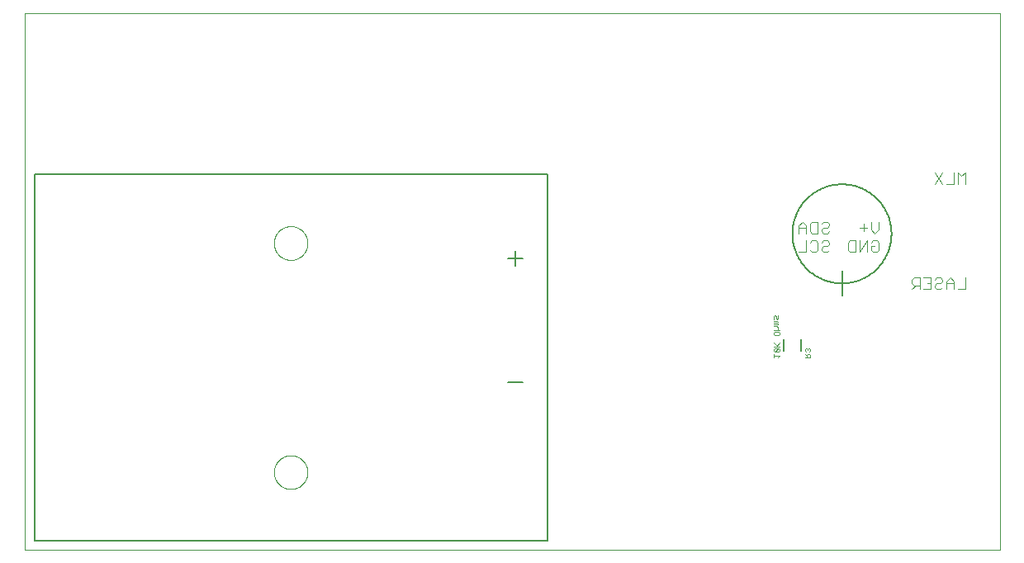
<source format=gbo>
G75*
%MOIN*%
%OFA0B0*%
%FSLAX25Y25*%
%IPPOS*%
%LPD*%
%AMOC8*
5,1,8,0,0,1.08239X$1,22.5*
%
%ADD10C,0.00000*%
%ADD11C,0.00500*%
%ADD12C,0.00800*%
%ADD13C,0.00400*%
%ADD14C,0.00600*%
%ADD15C,0.00200*%
D10*
X0001000Y0001000D02*
X0001000Y0217535D01*
X0394701Y0217535D01*
X0394701Y0001000D01*
X0001000Y0001000D01*
X0101700Y0032250D02*
X0101702Y0032417D01*
X0101708Y0032584D01*
X0101718Y0032750D01*
X0101733Y0032917D01*
X0101751Y0033082D01*
X0101774Y0033248D01*
X0101800Y0033413D01*
X0101831Y0033577D01*
X0101865Y0033740D01*
X0101904Y0033902D01*
X0101946Y0034064D01*
X0101993Y0034224D01*
X0102043Y0034383D01*
X0102098Y0034541D01*
X0102156Y0034697D01*
X0102218Y0034852D01*
X0102283Y0035006D01*
X0102353Y0035157D01*
X0102426Y0035307D01*
X0102503Y0035455D01*
X0102583Y0035602D01*
X0102667Y0035746D01*
X0102755Y0035888D01*
X0102846Y0036028D01*
X0102940Y0036165D01*
X0103038Y0036301D01*
X0103139Y0036434D01*
X0103244Y0036564D01*
X0103351Y0036692D01*
X0103462Y0036817D01*
X0103575Y0036939D01*
X0103692Y0037058D01*
X0103811Y0037175D01*
X0103933Y0037288D01*
X0104058Y0037399D01*
X0104186Y0037506D01*
X0104316Y0037611D01*
X0104449Y0037712D01*
X0104585Y0037810D01*
X0104722Y0037904D01*
X0104862Y0037995D01*
X0105004Y0038083D01*
X0105148Y0038167D01*
X0105295Y0038247D01*
X0105443Y0038324D01*
X0105593Y0038397D01*
X0105744Y0038467D01*
X0105898Y0038532D01*
X0106053Y0038594D01*
X0106209Y0038652D01*
X0106367Y0038707D01*
X0106526Y0038757D01*
X0106686Y0038804D01*
X0106848Y0038846D01*
X0107010Y0038885D01*
X0107173Y0038919D01*
X0107337Y0038950D01*
X0107502Y0038976D01*
X0107668Y0038999D01*
X0107833Y0039017D01*
X0108000Y0039032D01*
X0108166Y0039042D01*
X0108333Y0039048D01*
X0108500Y0039050D01*
X0108667Y0039048D01*
X0108834Y0039042D01*
X0109000Y0039032D01*
X0109167Y0039017D01*
X0109332Y0038999D01*
X0109498Y0038976D01*
X0109663Y0038950D01*
X0109827Y0038919D01*
X0109990Y0038885D01*
X0110152Y0038846D01*
X0110314Y0038804D01*
X0110474Y0038757D01*
X0110633Y0038707D01*
X0110791Y0038652D01*
X0110947Y0038594D01*
X0111102Y0038532D01*
X0111256Y0038467D01*
X0111407Y0038397D01*
X0111557Y0038324D01*
X0111705Y0038247D01*
X0111852Y0038167D01*
X0111996Y0038083D01*
X0112138Y0037995D01*
X0112278Y0037904D01*
X0112415Y0037810D01*
X0112551Y0037712D01*
X0112684Y0037611D01*
X0112814Y0037506D01*
X0112942Y0037399D01*
X0113067Y0037288D01*
X0113189Y0037175D01*
X0113308Y0037058D01*
X0113425Y0036939D01*
X0113538Y0036817D01*
X0113649Y0036692D01*
X0113756Y0036564D01*
X0113861Y0036434D01*
X0113962Y0036301D01*
X0114060Y0036165D01*
X0114154Y0036028D01*
X0114245Y0035888D01*
X0114333Y0035746D01*
X0114417Y0035602D01*
X0114497Y0035455D01*
X0114574Y0035307D01*
X0114647Y0035157D01*
X0114717Y0035006D01*
X0114782Y0034852D01*
X0114844Y0034697D01*
X0114902Y0034541D01*
X0114957Y0034383D01*
X0115007Y0034224D01*
X0115054Y0034064D01*
X0115096Y0033902D01*
X0115135Y0033740D01*
X0115169Y0033577D01*
X0115200Y0033413D01*
X0115226Y0033248D01*
X0115249Y0033082D01*
X0115267Y0032917D01*
X0115282Y0032750D01*
X0115292Y0032584D01*
X0115298Y0032417D01*
X0115300Y0032250D01*
X0115298Y0032083D01*
X0115292Y0031916D01*
X0115282Y0031750D01*
X0115267Y0031583D01*
X0115249Y0031418D01*
X0115226Y0031252D01*
X0115200Y0031087D01*
X0115169Y0030923D01*
X0115135Y0030760D01*
X0115096Y0030598D01*
X0115054Y0030436D01*
X0115007Y0030276D01*
X0114957Y0030117D01*
X0114902Y0029959D01*
X0114844Y0029803D01*
X0114782Y0029648D01*
X0114717Y0029494D01*
X0114647Y0029343D01*
X0114574Y0029193D01*
X0114497Y0029045D01*
X0114417Y0028898D01*
X0114333Y0028754D01*
X0114245Y0028612D01*
X0114154Y0028472D01*
X0114060Y0028335D01*
X0113962Y0028199D01*
X0113861Y0028066D01*
X0113756Y0027936D01*
X0113649Y0027808D01*
X0113538Y0027683D01*
X0113425Y0027561D01*
X0113308Y0027442D01*
X0113189Y0027325D01*
X0113067Y0027212D01*
X0112942Y0027101D01*
X0112814Y0026994D01*
X0112684Y0026889D01*
X0112551Y0026788D01*
X0112415Y0026690D01*
X0112278Y0026596D01*
X0112138Y0026505D01*
X0111996Y0026417D01*
X0111852Y0026333D01*
X0111705Y0026253D01*
X0111557Y0026176D01*
X0111407Y0026103D01*
X0111256Y0026033D01*
X0111102Y0025968D01*
X0110947Y0025906D01*
X0110791Y0025848D01*
X0110633Y0025793D01*
X0110474Y0025743D01*
X0110314Y0025696D01*
X0110152Y0025654D01*
X0109990Y0025615D01*
X0109827Y0025581D01*
X0109663Y0025550D01*
X0109498Y0025524D01*
X0109332Y0025501D01*
X0109167Y0025483D01*
X0109000Y0025468D01*
X0108834Y0025458D01*
X0108667Y0025452D01*
X0108500Y0025450D01*
X0108333Y0025452D01*
X0108166Y0025458D01*
X0108000Y0025468D01*
X0107833Y0025483D01*
X0107668Y0025501D01*
X0107502Y0025524D01*
X0107337Y0025550D01*
X0107173Y0025581D01*
X0107010Y0025615D01*
X0106848Y0025654D01*
X0106686Y0025696D01*
X0106526Y0025743D01*
X0106367Y0025793D01*
X0106209Y0025848D01*
X0106053Y0025906D01*
X0105898Y0025968D01*
X0105744Y0026033D01*
X0105593Y0026103D01*
X0105443Y0026176D01*
X0105295Y0026253D01*
X0105148Y0026333D01*
X0105004Y0026417D01*
X0104862Y0026505D01*
X0104722Y0026596D01*
X0104585Y0026690D01*
X0104449Y0026788D01*
X0104316Y0026889D01*
X0104186Y0026994D01*
X0104058Y0027101D01*
X0103933Y0027212D01*
X0103811Y0027325D01*
X0103692Y0027442D01*
X0103575Y0027561D01*
X0103462Y0027683D01*
X0103351Y0027808D01*
X0103244Y0027936D01*
X0103139Y0028066D01*
X0103038Y0028199D01*
X0102940Y0028335D01*
X0102846Y0028472D01*
X0102755Y0028612D01*
X0102667Y0028754D01*
X0102583Y0028898D01*
X0102503Y0029045D01*
X0102426Y0029193D01*
X0102353Y0029343D01*
X0102283Y0029494D01*
X0102218Y0029648D01*
X0102156Y0029803D01*
X0102098Y0029959D01*
X0102043Y0030117D01*
X0101993Y0030276D01*
X0101946Y0030436D01*
X0101904Y0030598D01*
X0101865Y0030760D01*
X0101831Y0030923D01*
X0101800Y0031087D01*
X0101774Y0031252D01*
X0101751Y0031418D01*
X0101733Y0031583D01*
X0101718Y0031750D01*
X0101708Y0031916D01*
X0101702Y0032083D01*
X0101700Y0032250D01*
X0101700Y0124750D02*
X0101702Y0124917D01*
X0101708Y0125084D01*
X0101718Y0125250D01*
X0101733Y0125417D01*
X0101751Y0125582D01*
X0101774Y0125748D01*
X0101800Y0125913D01*
X0101831Y0126077D01*
X0101865Y0126240D01*
X0101904Y0126402D01*
X0101946Y0126564D01*
X0101993Y0126724D01*
X0102043Y0126883D01*
X0102098Y0127041D01*
X0102156Y0127197D01*
X0102218Y0127352D01*
X0102283Y0127506D01*
X0102353Y0127657D01*
X0102426Y0127807D01*
X0102503Y0127955D01*
X0102583Y0128102D01*
X0102667Y0128246D01*
X0102755Y0128388D01*
X0102846Y0128528D01*
X0102940Y0128665D01*
X0103038Y0128801D01*
X0103139Y0128934D01*
X0103244Y0129064D01*
X0103351Y0129192D01*
X0103462Y0129317D01*
X0103575Y0129439D01*
X0103692Y0129558D01*
X0103811Y0129675D01*
X0103933Y0129788D01*
X0104058Y0129899D01*
X0104186Y0130006D01*
X0104316Y0130111D01*
X0104449Y0130212D01*
X0104585Y0130310D01*
X0104722Y0130404D01*
X0104862Y0130495D01*
X0105004Y0130583D01*
X0105148Y0130667D01*
X0105295Y0130747D01*
X0105443Y0130824D01*
X0105593Y0130897D01*
X0105744Y0130967D01*
X0105898Y0131032D01*
X0106053Y0131094D01*
X0106209Y0131152D01*
X0106367Y0131207D01*
X0106526Y0131257D01*
X0106686Y0131304D01*
X0106848Y0131346D01*
X0107010Y0131385D01*
X0107173Y0131419D01*
X0107337Y0131450D01*
X0107502Y0131476D01*
X0107668Y0131499D01*
X0107833Y0131517D01*
X0108000Y0131532D01*
X0108166Y0131542D01*
X0108333Y0131548D01*
X0108500Y0131550D01*
X0108667Y0131548D01*
X0108834Y0131542D01*
X0109000Y0131532D01*
X0109167Y0131517D01*
X0109332Y0131499D01*
X0109498Y0131476D01*
X0109663Y0131450D01*
X0109827Y0131419D01*
X0109990Y0131385D01*
X0110152Y0131346D01*
X0110314Y0131304D01*
X0110474Y0131257D01*
X0110633Y0131207D01*
X0110791Y0131152D01*
X0110947Y0131094D01*
X0111102Y0131032D01*
X0111256Y0130967D01*
X0111407Y0130897D01*
X0111557Y0130824D01*
X0111705Y0130747D01*
X0111852Y0130667D01*
X0111996Y0130583D01*
X0112138Y0130495D01*
X0112278Y0130404D01*
X0112415Y0130310D01*
X0112551Y0130212D01*
X0112684Y0130111D01*
X0112814Y0130006D01*
X0112942Y0129899D01*
X0113067Y0129788D01*
X0113189Y0129675D01*
X0113308Y0129558D01*
X0113425Y0129439D01*
X0113538Y0129317D01*
X0113649Y0129192D01*
X0113756Y0129064D01*
X0113861Y0128934D01*
X0113962Y0128801D01*
X0114060Y0128665D01*
X0114154Y0128528D01*
X0114245Y0128388D01*
X0114333Y0128246D01*
X0114417Y0128102D01*
X0114497Y0127955D01*
X0114574Y0127807D01*
X0114647Y0127657D01*
X0114717Y0127506D01*
X0114782Y0127352D01*
X0114844Y0127197D01*
X0114902Y0127041D01*
X0114957Y0126883D01*
X0115007Y0126724D01*
X0115054Y0126564D01*
X0115096Y0126402D01*
X0115135Y0126240D01*
X0115169Y0126077D01*
X0115200Y0125913D01*
X0115226Y0125748D01*
X0115249Y0125582D01*
X0115267Y0125417D01*
X0115282Y0125250D01*
X0115292Y0125084D01*
X0115298Y0124917D01*
X0115300Y0124750D01*
X0115298Y0124583D01*
X0115292Y0124416D01*
X0115282Y0124250D01*
X0115267Y0124083D01*
X0115249Y0123918D01*
X0115226Y0123752D01*
X0115200Y0123587D01*
X0115169Y0123423D01*
X0115135Y0123260D01*
X0115096Y0123098D01*
X0115054Y0122936D01*
X0115007Y0122776D01*
X0114957Y0122617D01*
X0114902Y0122459D01*
X0114844Y0122303D01*
X0114782Y0122148D01*
X0114717Y0121994D01*
X0114647Y0121843D01*
X0114574Y0121693D01*
X0114497Y0121545D01*
X0114417Y0121398D01*
X0114333Y0121254D01*
X0114245Y0121112D01*
X0114154Y0120972D01*
X0114060Y0120835D01*
X0113962Y0120699D01*
X0113861Y0120566D01*
X0113756Y0120436D01*
X0113649Y0120308D01*
X0113538Y0120183D01*
X0113425Y0120061D01*
X0113308Y0119942D01*
X0113189Y0119825D01*
X0113067Y0119712D01*
X0112942Y0119601D01*
X0112814Y0119494D01*
X0112684Y0119389D01*
X0112551Y0119288D01*
X0112415Y0119190D01*
X0112278Y0119096D01*
X0112138Y0119005D01*
X0111996Y0118917D01*
X0111852Y0118833D01*
X0111705Y0118753D01*
X0111557Y0118676D01*
X0111407Y0118603D01*
X0111256Y0118533D01*
X0111102Y0118468D01*
X0110947Y0118406D01*
X0110791Y0118348D01*
X0110633Y0118293D01*
X0110474Y0118243D01*
X0110314Y0118196D01*
X0110152Y0118154D01*
X0109990Y0118115D01*
X0109827Y0118081D01*
X0109663Y0118050D01*
X0109498Y0118024D01*
X0109332Y0118001D01*
X0109167Y0117983D01*
X0109000Y0117968D01*
X0108834Y0117958D01*
X0108667Y0117952D01*
X0108500Y0117950D01*
X0108333Y0117952D01*
X0108166Y0117958D01*
X0108000Y0117968D01*
X0107833Y0117983D01*
X0107668Y0118001D01*
X0107502Y0118024D01*
X0107337Y0118050D01*
X0107173Y0118081D01*
X0107010Y0118115D01*
X0106848Y0118154D01*
X0106686Y0118196D01*
X0106526Y0118243D01*
X0106367Y0118293D01*
X0106209Y0118348D01*
X0106053Y0118406D01*
X0105898Y0118468D01*
X0105744Y0118533D01*
X0105593Y0118603D01*
X0105443Y0118676D01*
X0105295Y0118753D01*
X0105148Y0118833D01*
X0105004Y0118917D01*
X0104862Y0119005D01*
X0104722Y0119096D01*
X0104585Y0119190D01*
X0104449Y0119288D01*
X0104316Y0119389D01*
X0104186Y0119494D01*
X0104058Y0119601D01*
X0103933Y0119712D01*
X0103811Y0119825D01*
X0103692Y0119942D01*
X0103575Y0120061D01*
X0103462Y0120183D01*
X0103351Y0120308D01*
X0103244Y0120436D01*
X0103139Y0120566D01*
X0103038Y0120699D01*
X0102940Y0120835D01*
X0102846Y0120972D01*
X0102755Y0121112D01*
X0102667Y0121254D01*
X0102583Y0121398D01*
X0102503Y0121545D01*
X0102426Y0121693D01*
X0102353Y0121843D01*
X0102283Y0121994D01*
X0102218Y0122148D01*
X0102156Y0122303D01*
X0102098Y0122459D01*
X0102043Y0122617D01*
X0101993Y0122776D01*
X0101946Y0122936D01*
X0101904Y0123098D01*
X0101865Y0123260D01*
X0101831Y0123423D01*
X0101800Y0123587D01*
X0101774Y0123752D01*
X0101751Y0123918D01*
X0101733Y0124083D01*
X0101718Y0124250D01*
X0101708Y0124416D01*
X0101702Y0124583D01*
X0101700Y0124750D01*
D11*
X0005000Y0152500D02*
X0212000Y0152500D01*
X0212000Y0004500D01*
X0005000Y0004500D01*
X0005000Y0152500D01*
X0311000Y0128500D02*
X0311006Y0128991D01*
X0311024Y0129481D01*
X0311054Y0129971D01*
X0311096Y0130460D01*
X0311150Y0130948D01*
X0311216Y0131435D01*
X0311294Y0131919D01*
X0311384Y0132402D01*
X0311486Y0132882D01*
X0311599Y0133360D01*
X0311724Y0133834D01*
X0311861Y0134306D01*
X0312009Y0134774D01*
X0312169Y0135238D01*
X0312340Y0135698D01*
X0312522Y0136154D01*
X0312716Y0136605D01*
X0312920Y0137051D01*
X0313136Y0137492D01*
X0313362Y0137928D01*
X0313598Y0138358D01*
X0313845Y0138782D01*
X0314103Y0139200D01*
X0314371Y0139611D01*
X0314648Y0140016D01*
X0314936Y0140414D01*
X0315233Y0140805D01*
X0315540Y0141188D01*
X0315856Y0141563D01*
X0316181Y0141931D01*
X0316515Y0142291D01*
X0316858Y0142642D01*
X0317209Y0142985D01*
X0317569Y0143319D01*
X0317937Y0143644D01*
X0318312Y0143960D01*
X0318695Y0144267D01*
X0319086Y0144564D01*
X0319484Y0144852D01*
X0319889Y0145129D01*
X0320300Y0145397D01*
X0320718Y0145655D01*
X0321142Y0145902D01*
X0321572Y0146138D01*
X0322008Y0146364D01*
X0322449Y0146580D01*
X0322895Y0146784D01*
X0323346Y0146978D01*
X0323802Y0147160D01*
X0324262Y0147331D01*
X0324726Y0147491D01*
X0325194Y0147639D01*
X0325666Y0147776D01*
X0326140Y0147901D01*
X0326618Y0148014D01*
X0327098Y0148116D01*
X0327581Y0148206D01*
X0328065Y0148284D01*
X0328552Y0148350D01*
X0329040Y0148404D01*
X0329529Y0148446D01*
X0330019Y0148476D01*
X0330509Y0148494D01*
X0331000Y0148500D01*
X0331491Y0148494D01*
X0331981Y0148476D01*
X0332471Y0148446D01*
X0332960Y0148404D01*
X0333448Y0148350D01*
X0333935Y0148284D01*
X0334419Y0148206D01*
X0334902Y0148116D01*
X0335382Y0148014D01*
X0335860Y0147901D01*
X0336334Y0147776D01*
X0336806Y0147639D01*
X0337274Y0147491D01*
X0337738Y0147331D01*
X0338198Y0147160D01*
X0338654Y0146978D01*
X0339105Y0146784D01*
X0339551Y0146580D01*
X0339992Y0146364D01*
X0340428Y0146138D01*
X0340858Y0145902D01*
X0341282Y0145655D01*
X0341700Y0145397D01*
X0342111Y0145129D01*
X0342516Y0144852D01*
X0342914Y0144564D01*
X0343305Y0144267D01*
X0343688Y0143960D01*
X0344063Y0143644D01*
X0344431Y0143319D01*
X0344791Y0142985D01*
X0345142Y0142642D01*
X0345485Y0142291D01*
X0345819Y0141931D01*
X0346144Y0141563D01*
X0346460Y0141188D01*
X0346767Y0140805D01*
X0347064Y0140414D01*
X0347352Y0140016D01*
X0347629Y0139611D01*
X0347897Y0139200D01*
X0348155Y0138782D01*
X0348402Y0138358D01*
X0348638Y0137928D01*
X0348864Y0137492D01*
X0349080Y0137051D01*
X0349284Y0136605D01*
X0349478Y0136154D01*
X0349660Y0135698D01*
X0349831Y0135238D01*
X0349991Y0134774D01*
X0350139Y0134306D01*
X0350276Y0133834D01*
X0350401Y0133360D01*
X0350514Y0132882D01*
X0350616Y0132402D01*
X0350706Y0131919D01*
X0350784Y0131435D01*
X0350850Y0130948D01*
X0350904Y0130460D01*
X0350946Y0129971D01*
X0350976Y0129481D01*
X0350994Y0128991D01*
X0351000Y0128500D01*
X0350994Y0128009D01*
X0350976Y0127519D01*
X0350946Y0127029D01*
X0350904Y0126540D01*
X0350850Y0126052D01*
X0350784Y0125565D01*
X0350706Y0125081D01*
X0350616Y0124598D01*
X0350514Y0124118D01*
X0350401Y0123640D01*
X0350276Y0123166D01*
X0350139Y0122694D01*
X0349991Y0122226D01*
X0349831Y0121762D01*
X0349660Y0121302D01*
X0349478Y0120846D01*
X0349284Y0120395D01*
X0349080Y0119949D01*
X0348864Y0119508D01*
X0348638Y0119072D01*
X0348402Y0118642D01*
X0348155Y0118218D01*
X0347897Y0117800D01*
X0347629Y0117389D01*
X0347352Y0116984D01*
X0347064Y0116586D01*
X0346767Y0116195D01*
X0346460Y0115812D01*
X0346144Y0115437D01*
X0345819Y0115069D01*
X0345485Y0114709D01*
X0345142Y0114358D01*
X0344791Y0114015D01*
X0344431Y0113681D01*
X0344063Y0113356D01*
X0343688Y0113040D01*
X0343305Y0112733D01*
X0342914Y0112436D01*
X0342516Y0112148D01*
X0342111Y0111871D01*
X0341700Y0111603D01*
X0341282Y0111345D01*
X0340858Y0111098D01*
X0340428Y0110862D01*
X0339992Y0110636D01*
X0339551Y0110420D01*
X0339105Y0110216D01*
X0338654Y0110022D01*
X0338198Y0109840D01*
X0337738Y0109669D01*
X0337274Y0109509D01*
X0336806Y0109361D01*
X0336334Y0109224D01*
X0335860Y0109099D01*
X0335382Y0108986D01*
X0334902Y0108884D01*
X0334419Y0108794D01*
X0333935Y0108716D01*
X0333448Y0108650D01*
X0332960Y0108596D01*
X0332471Y0108554D01*
X0331981Y0108524D01*
X0331491Y0108506D01*
X0331000Y0108500D01*
X0330509Y0108506D01*
X0330019Y0108524D01*
X0329529Y0108554D01*
X0329040Y0108596D01*
X0328552Y0108650D01*
X0328065Y0108716D01*
X0327581Y0108794D01*
X0327098Y0108884D01*
X0326618Y0108986D01*
X0326140Y0109099D01*
X0325666Y0109224D01*
X0325194Y0109361D01*
X0324726Y0109509D01*
X0324262Y0109669D01*
X0323802Y0109840D01*
X0323346Y0110022D01*
X0322895Y0110216D01*
X0322449Y0110420D01*
X0322008Y0110636D01*
X0321572Y0110862D01*
X0321142Y0111098D01*
X0320718Y0111345D01*
X0320300Y0111603D01*
X0319889Y0111871D01*
X0319484Y0112148D01*
X0319086Y0112436D01*
X0318695Y0112733D01*
X0318312Y0113040D01*
X0317937Y0113356D01*
X0317569Y0113681D01*
X0317209Y0114015D01*
X0316858Y0114358D01*
X0316515Y0114709D01*
X0316181Y0115069D01*
X0315856Y0115437D01*
X0315540Y0115812D01*
X0315233Y0116195D01*
X0314936Y0116586D01*
X0314648Y0116984D01*
X0314371Y0117389D01*
X0314103Y0117800D01*
X0313845Y0118218D01*
X0313598Y0118642D01*
X0313362Y0119072D01*
X0313136Y0119508D01*
X0312920Y0119949D01*
X0312716Y0120395D01*
X0312522Y0120846D01*
X0312340Y0121302D01*
X0312169Y0121762D01*
X0312009Y0122226D01*
X0311861Y0122694D01*
X0311724Y0123166D01*
X0311599Y0123640D01*
X0311486Y0124118D01*
X0311384Y0124598D01*
X0311294Y0125081D01*
X0311216Y0125565D01*
X0311150Y0126052D01*
X0311096Y0126540D01*
X0311054Y0127029D01*
X0311024Y0127519D01*
X0311006Y0128009D01*
X0311000Y0128500D01*
X0331000Y0113500D02*
X0331000Y0103500D01*
D12*
X0202308Y0118504D02*
X0196169Y0118504D01*
X0199239Y0121573D02*
X0199239Y0115435D01*
X0202308Y0068504D02*
X0196169Y0068504D01*
D13*
X0313523Y0121200D02*
X0316592Y0121200D01*
X0316592Y0125804D01*
X0318127Y0125037D02*
X0318894Y0125804D01*
X0320429Y0125804D01*
X0321196Y0125037D01*
X0321196Y0121967D01*
X0320429Y0121200D01*
X0318894Y0121200D01*
X0318127Y0121967D01*
X0322731Y0121967D02*
X0322731Y0122735D01*
X0323498Y0123502D01*
X0325033Y0123502D01*
X0325800Y0124269D01*
X0325800Y0125037D01*
X0325033Y0125804D01*
X0323498Y0125804D01*
X0322731Y0125037D01*
X0323498Y0128700D02*
X0325033Y0128700D01*
X0325800Y0129467D01*
X0325033Y0131002D02*
X0323498Y0131002D01*
X0322731Y0130235D01*
X0322731Y0129467D01*
X0323498Y0128700D01*
X0321196Y0128700D02*
X0318894Y0128700D01*
X0318127Y0129467D01*
X0318127Y0132537D01*
X0318894Y0133304D01*
X0321196Y0133304D01*
X0321196Y0128700D01*
X0325033Y0131002D02*
X0325800Y0131769D01*
X0325800Y0132537D01*
X0325033Y0133304D01*
X0323498Y0133304D01*
X0322731Y0132537D01*
X0316592Y0131769D02*
X0315058Y0133304D01*
X0313523Y0131769D01*
X0313523Y0128700D01*
X0313523Y0131002D02*
X0316592Y0131002D01*
X0316592Y0131769D02*
X0316592Y0128700D01*
X0322731Y0121967D02*
X0323498Y0121200D01*
X0325033Y0121200D01*
X0325800Y0121967D01*
X0333523Y0121967D02*
X0333523Y0125037D01*
X0334290Y0125804D01*
X0336592Y0125804D01*
X0336592Y0121200D01*
X0334290Y0121200D01*
X0333523Y0121967D01*
X0338127Y0121200D02*
X0338127Y0125804D01*
X0341196Y0125804D02*
X0338127Y0121200D01*
X0341196Y0121200D02*
X0341196Y0125804D01*
X0342731Y0125037D02*
X0343498Y0125804D01*
X0345033Y0125804D01*
X0345800Y0125037D01*
X0345800Y0121967D01*
X0345033Y0121200D01*
X0343498Y0121200D01*
X0342731Y0121967D01*
X0342731Y0123502D01*
X0344265Y0123502D01*
X0344265Y0128700D02*
X0342731Y0130235D01*
X0342731Y0133304D01*
X0341196Y0131002D02*
X0338127Y0131002D01*
X0339661Y0132537D02*
X0339661Y0129467D01*
X0344265Y0128700D02*
X0345800Y0130235D01*
X0345800Y0133304D01*
X0368523Y0148700D02*
X0371592Y0153304D01*
X0368523Y0153304D02*
X0371592Y0148700D01*
X0373127Y0148700D02*
X0376196Y0148700D01*
X0376196Y0153304D01*
X0377731Y0153304D02*
X0379265Y0151769D01*
X0380800Y0153304D01*
X0380800Y0148700D01*
X0377731Y0148700D02*
X0377731Y0153304D01*
X0380800Y0110804D02*
X0380800Y0106200D01*
X0377731Y0106200D01*
X0376196Y0106200D02*
X0376196Y0109269D01*
X0374661Y0110804D01*
X0373127Y0109269D01*
X0373127Y0106200D01*
X0371592Y0106967D02*
X0370825Y0106200D01*
X0369290Y0106200D01*
X0368523Y0106967D01*
X0368523Y0107735D01*
X0369290Y0108502D01*
X0370825Y0108502D01*
X0371592Y0109269D01*
X0371592Y0110037D01*
X0370825Y0110804D01*
X0369290Y0110804D01*
X0368523Y0110037D01*
X0366988Y0110804D02*
X0366988Y0106200D01*
X0363919Y0106200D01*
X0362384Y0106200D02*
X0362384Y0110804D01*
X0360082Y0110804D01*
X0359315Y0110037D01*
X0359315Y0108502D01*
X0360082Y0107735D01*
X0362384Y0107735D01*
X0360850Y0107735D02*
X0359315Y0106200D01*
X0365454Y0108502D02*
X0366988Y0108502D01*
X0366988Y0110804D02*
X0363919Y0110804D01*
X0373127Y0108502D02*
X0376196Y0108502D01*
D14*
X0314400Y0085800D02*
X0314400Y0081200D01*
X0307600Y0081200D02*
X0307600Y0085800D01*
D15*
X0305802Y0084488D02*
X0304334Y0083020D01*
X0304701Y0083387D02*
X0303600Y0084488D01*
X0303600Y0083020D02*
X0305802Y0083020D01*
X0305435Y0082278D02*
X0305802Y0081911D01*
X0305802Y0081177D01*
X0305435Y0080810D01*
X0303967Y0080810D01*
X0305435Y0082278D01*
X0303967Y0082278D01*
X0303600Y0081911D01*
X0303600Y0081177D01*
X0303967Y0080810D01*
X0303600Y0080068D02*
X0303600Y0078600D01*
X0303600Y0079334D02*
X0305802Y0079334D01*
X0305068Y0078600D01*
X0316100Y0078600D02*
X0318302Y0078600D01*
X0318302Y0079701D01*
X0317935Y0080068D01*
X0317201Y0080068D01*
X0316834Y0079701D01*
X0316834Y0078600D01*
X0316834Y0079334D02*
X0316100Y0080068D01*
X0316467Y0080810D02*
X0316100Y0081177D01*
X0316100Y0081911D01*
X0316467Y0082278D01*
X0316834Y0082278D01*
X0317201Y0081911D01*
X0317201Y0081544D01*
X0317201Y0081911D02*
X0317568Y0082278D01*
X0317935Y0082278D01*
X0318302Y0081911D01*
X0318302Y0081177D01*
X0317935Y0080810D01*
X0305802Y0087806D02*
X0305435Y0087440D01*
X0303967Y0087440D01*
X0303600Y0087806D01*
X0303600Y0088540D01*
X0303967Y0088907D01*
X0305435Y0088907D01*
X0305802Y0088540D01*
X0305802Y0087806D01*
X0305802Y0089649D02*
X0303600Y0089649D01*
X0304701Y0089649D02*
X0305068Y0090016D01*
X0305068Y0090750D01*
X0304701Y0091117D01*
X0303600Y0091117D01*
X0303600Y0091859D02*
X0305068Y0091859D01*
X0305068Y0092226D01*
X0304701Y0092593D01*
X0305068Y0092960D01*
X0304701Y0093327D01*
X0303600Y0093327D01*
X0303600Y0092593D02*
X0304701Y0092593D01*
X0304701Y0094069D02*
X0305068Y0094436D01*
X0305068Y0095537D01*
X0304334Y0095170D02*
X0304334Y0094436D01*
X0304701Y0094069D01*
X0303600Y0094069D02*
X0303600Y0095170D01*
X0303967Y0095537D01*
X0304334Y0095170D01*
M02*

</source>
